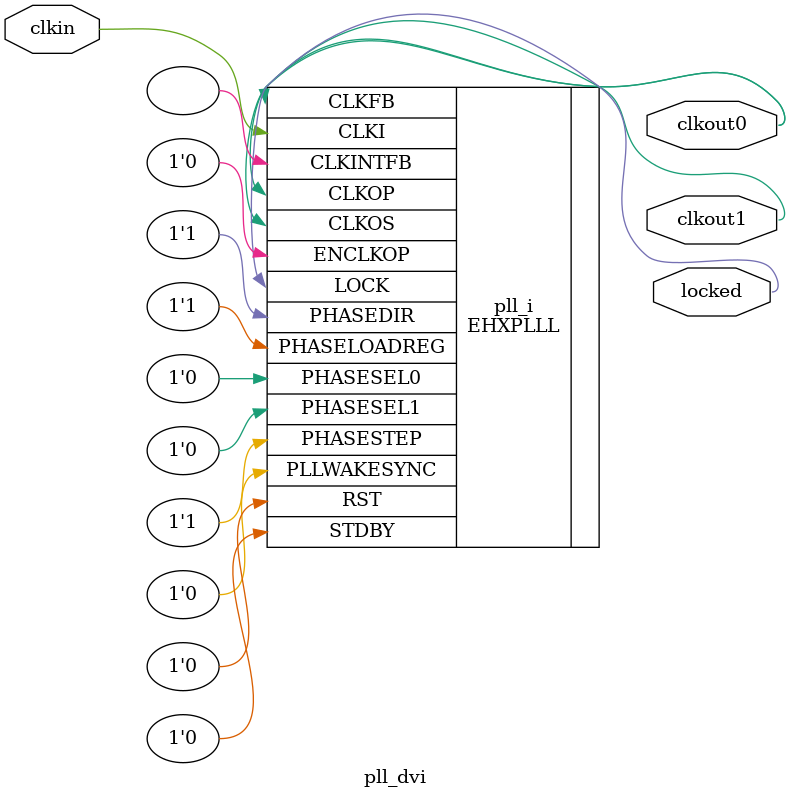
<source format=v>
module pll_dvi
(
    input clkin, // 25 MHz, 0 deg
    output clkout0, // 125 MHz, 0 deg
    output clkout1, // 25 MHz, 0 deg
    output locked
);
(* FREQUENCY_PIN_CLKI="25" *)
(* FREQUENCY_PIN_CLKOP="125" *)
(* FREQUENCY_PIN_CLKOS="25" *)
(* ICP_CURRENT="12" *) (* LPF_RESISTOR="8" *) (* MFG_ENABLE_FILTEROPAMP="1" *) (* MFG_GMCREF_SEL="2" *)
EHXPLLL #(
        .PLLRST_ENA("DISABLED"),
        .INTFB_WAKE("DISABLED"),
        .STDBY_ENABLE("DISABLED"),
        .DPHASE_SOURCE("DISABLED"),
        .OUTDIVIDER_MUXA("DIVA"),
        .OUTDIVIDER_MUXB("DIVB"),
        .OUTDIVIDER_MUXC("DIVC"),
        .OUTDIVIDER_MUXD("DIVD"),
        .CLKI_DIV(1),
        .CLKOP_ENABLE("ENABLED"),
        .CLKOP_DIV(5),
        .CLKOP_CPHASE(2),
        .CLKOP_FPHASE(0),
        .CLKOS_ENABLE("ENABLED"),
        .CLKOS_DIV(25),
        .CLKOS_CPHASE(2),
        .CLKOS_FPHASE(0),
        .FEEDBK_PATH("CLKOP"),
        .CLKFB_DIV(5)
    ) pll_i (
        .RST(1'b0),
        .STDBY(1'b0),
        .CLKI(clkin),
        .CLKOP(clkout0),
        .CLKOS(clkout1),
        .CLKFB(clkout0),
        .CLKINTFB(),
        .PHASESEL0(1'b0),
        .PHASESEL1(1'b0),
        .PHASEDIR(1'b1),
        .PHASESTEP(1'b1),
        .PHASELOADREG(1'b1),
        .PLLWAKESYNC(1'b0),
        .ENCLKOP(1'b0),
        .LOCK(locked)
	);
endmodule

</source>
